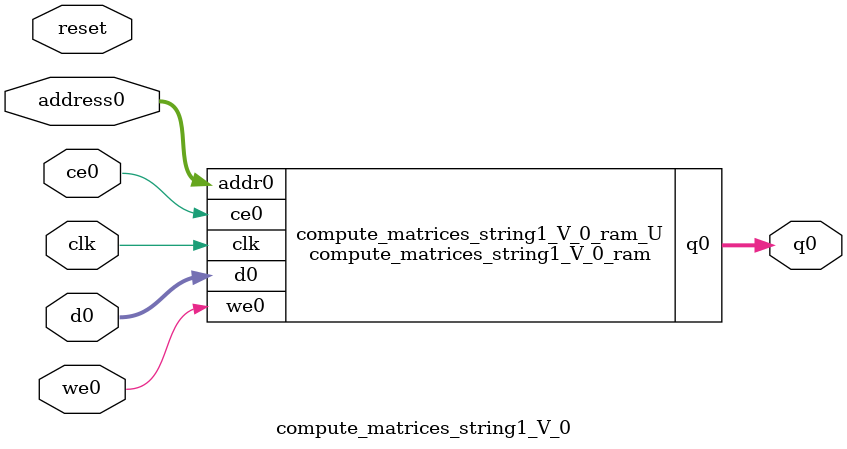
<source format=v>
`timescale 1 ns / 1 ps
module compute_matrices_string1_V_0_ram (addr0, ce0, d0, we0, q0,  clk);

parameter DWIDTH = 3;
parameter AWIDTH = 7;
parameter MEM_SIZE = 128;

input[AWIDTH-1:0] addr0;
input ce0;
input[DWIDTH-1:0] d0;
input we0;
output reg[DWIDTH-1:0] q0;
input clk;

reg [DWIDTH-1:0] ram[0:MEM_SIZE-1];




always @(posedge clk)  
begin 
    if (ce0) begin
        if (we0) 
            ram[addr0] <= d0; 
        q0 <= ram[addr0];
    end
end


endmodule

`timescale 1 ns / 1 ps
module compute_matrices_string1_V_0(
    reset,
    clk,
    address0,
    ce0,
    we0,
    d0,
    q0);

parameter DataWidth = 32'd3;
parameter AddressRange = 32'd128;
parameter AddressWidth = 32'd7;
input reset;
input clk;
input[AddressWidth - 1:0] address0;
input ce0;
input we0;
input[DataWidth - 1:0] d0;
output[DataWidth - 1:0] q0;



compute_matrices_string1_V_0_ram compute_matrices_string1_V_0_ram_U(
    .clk( clk ),
    .addr0( address0 ),
    .ce0( ce0 ),
    .we0( we0 ),
    .d0( d0 ),
    .q0( q0 ));

endmodule


</source>
